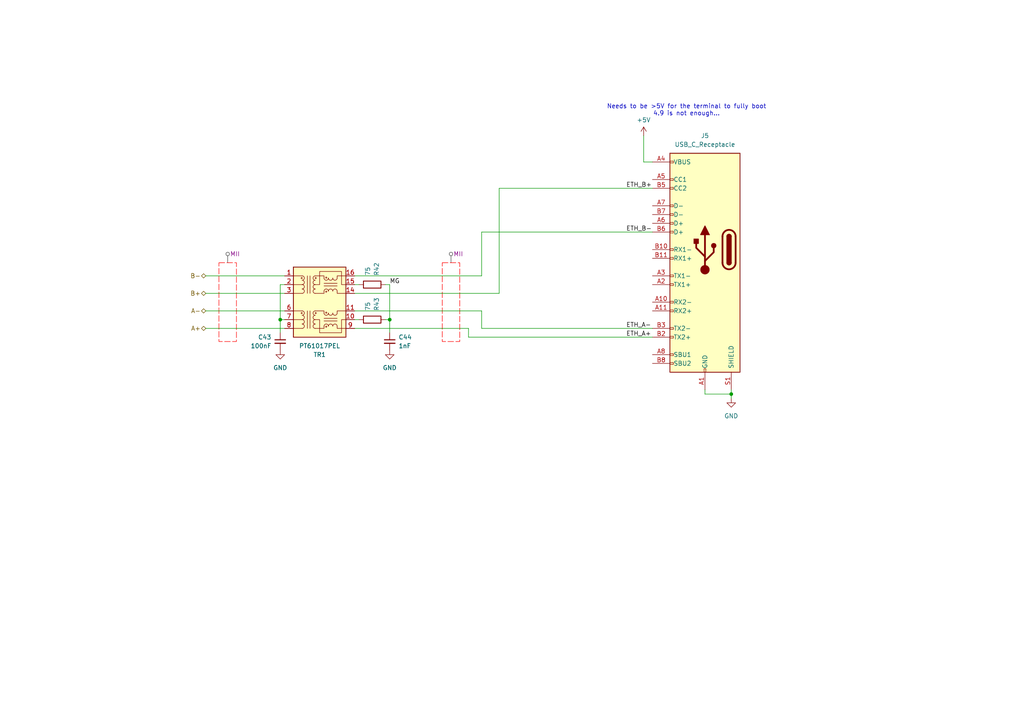
<source format=kicad_sch>
(kicad_sch
	(version 20250114)
	(generator "eeschema")
	(generator_version "9.0")
	(uuid "1945fba3-6fbb-4a9b-816b-63e180a2f3ea")
	(paper "A4")
	(lib_symbols
		(symbol "Connector:USB_C_Receptacle"
			(pin_names
				(offset 1.016)
			)
			(exclude_from_sim no)
			(in_bom yes)
			(on_board yes)
			(property "Reference" "J"
				(at -10.16 29.21 0)
				(effects
					(font
						(size 1.27 1.27)
					)
					(justify left)
				)
			)
			(property "Value" "USB_C_Receptacle"
				(at 10.16 29.21 0)
				(effects
					(font
						(size 1.27 1.27)
					)
					(justify right)
				)
			)
			(property "Footprint" ""
				(at 3.81 0 0)
				(effects
					(font
						(size 1.27 1.27)
					)
					(hide yes)
				)
			)
			(property "Datasheet" "https://www.usb.org/sites/default/files/documents/usb_type-c.zip"
				(at 3.81 0 0)
				(effects
					(font
						(size 1.27 1.27)
					)
					(hide yes)
				)
			)
			(property "Description" "USB Full-Featured Type-C Receptacle connector"
				(at 0 0 0)
				(effects
					(font
						(size 1.27 1.27)
					)
					(hide yes)
				)
			)
			(property "ki_keywords" "usb universal serial bus type-C full-featured"
				(at 0 0 0)
				(effects
					(font
						(size 1.27 1.27)
					)
					(hide yes)
				)
			)
			(property "ki_fp_filters" "USB*C*Receptacle*"
				(at 0 0 0)
				(effects
					(font
						(size 1.27 1.27)
					)
					(hide yes)
				)
			)
			(symbol "USB_C_Receptacle_0_0"
				(rectangle
					(start -0.254 -35.56)
					(end 0.254 -34.544)
					(stroke
						(width 0)
						(type default)
					)
					(fill
						(type none)
					)
				)
				(rectangle
					(start 10.16 25.654)
					(end 9.144 25.146)
					(stroke
						(width 0)
						(type default)
					)
					(fill
						(type none)
					)
				)
				(rectangle
					(start 10.16 20.574)
					(end 9.144 20.066)
					(stroke
						(width 0)
						(type default)
					)
					(fill
						(type none)
					)
				)
				(rectangle
					(start 10.16 18.034)
					(end 9.144 17.526)
					(stroke
						(width 0)
						(type default)
					)
					(fill
						(type none)
					)
				)
				(rectangle
					(start 10.16 12.954)
					(end 9.144 12.446)
					(stroke
						(width 0)
						(type default)
					)
					(fill
						(type none)
					)
				)
				(rectangle
					(start 10.16 10.414)
					(end 9.144 9.906)
					(stroke
						(width 0)
						(type default)
					)
					(fill
						(type none)
					)
				)
				(rectangle
					(start 10.16 7.874)
					(end 9.144 7.366)
					(stroke
						(width 0)
						(type default)
					)
					(fill
						(type none)
					)
				)
				(rectangle
					(start 10.16 5.334)
					(end 9.144 4.826)
					(stroke
						(width 0)
						(type default)
					)
					(fill
						(type none)
					)
				)
				(rectangle
					(start 10.16 0.254)
					(end 9.144 -0.254)
					(stroke
						(width 0)
						(type default)
					)
					(fill
						(type none)
					)
				)
				(rectangle
					(start 10.16 -2.286)
					(end 9.144 -2.794)
					(stroke
						(width 0)
						(type default)
					)
					(fill
						(type none)
					)
				)
				(rectangle
					(start 10.16 -7.366)
					(end 9.144 -7.874)
					(stroke
						(width 0)
						(type default)
					)
					(fill
						(type none)
					)
				)
				(rectangle
					(start 10.16 -9.906)
					(end 9.144 -10.414)
					(stroke
						(width 0)
						(type default)
					)
					(fill
						(type none)
					)
				)
				(rectangle
					(start 10.16 -14.986)
					(end 9.144 -15.494)
					(stroke
						(width 0)
						(type default)
					)
					(fill
						(type none)
					)
				)
				(rectangle
					(start 10.16 -17.526)
					(end 9.144 -18.034)
					(stroke
						(width 0)
						(type default)
					)
					(fill
						(type none)
					)
				)
				(rectangle
					(start 10.16 -22.606)
					(end 9.144 -23.114)
					(stroke
						(width 0)
						(type default)
					)
					(fill
						(type none)
					)
				)
				(rectangle
					(start 10.16 -25.146)
					(end 9.144 -25.654)
					(stroke
						(width 0)
						(type default)
					)
					(fill
						(type none)
					)
				)
				(rectangle
					(start 10.16 -30.226)
					(end 9.144 -30.734)
					(stroke
						(width 0)
						(type default)
					)
					(fill
						(type none)
					)
				)
				(rectangle
					(start 10.16 -32.766)
					(end 9.144 -33.274)
					(stroke
						(width 0)
						(type default)
					)
					(fill
						(type none)
					)
				)
			)
			(symbol "USB_C_Receptacle_0_1"
				(rectangle
					(start -10.16 27.94)
					(end 10.16 -35.56)
					(stroke
						(width 0.254)
						(type default)
					)
					(fill
						(type background)
					)
				)
				(polyline
					(pts
						(xy -8.89 -3.81) (xy -8.89 3.81)
					)
					(stroke
						(width 0.508)
						(type default)
					)
					(fill
						(type none)
					)
				)
				(rectangle
					(start -7.62 -3.81)
					(end -6.35 3.81)
					(stroke
						(width 0.254)
						(type default)
					)
					(fill
						(type outline)
					)
				)
				(arc
					(start -7.62 3.81)
					(mid -6.985 4.4423)
					(end -6.35 3.81)
					(stroke
						(width 0.254)
						(type default)
					)
					(fill
						(type none)
					)
				)
				(arc
					(start -7.62 3.81)
					(mid -6.985 4.4423)
					(end -6.35 3.81)
					(stroke
						(width 0.254)
						(type default)
					)
					(fill
						(type outline)
					)
				)
				(arc
					(start -8.89 3.81)
					(mid -6.985 5.7067)
					(end -5.08 3.81)
					(stroke
						(width 0.508)
						(type default)
					)
					(fill
						(type none)
					)
				)
				(arc
					(start -5.08 -3.81)
					(mid -6.985 -5.7067)
					(end -8.89 -3.81)
					(stroke
						(width 0.508)
						(type default)
					)
					(fill
						(type none)
					)
				)
				(arc
					(start -6.35 -3.81)
					(mid -6.985 -4.4423)
					(end -7.62 -3.81)
					(stroke
						(width 0.254)
						(type default)
					)
					(fill
						(type none)
					)
				)
				(arc
					(start -6.35 -3.81)
					(mid -6.985 -4.4423)
					(end -7.62 -3.81)
					(stroke
						(width 0.254)
						(type default)
					)
					(fill
						(type outline)
					)
				)
				(polyline
					(pts
						(xy -5.08 3.81) (xy -5.08 -3.81)
					)
					(stroke
						(width 0.508)
						(type default)
					)
					(fill
						(type none)
					)
				)
			)
			(symbol "USB_C_Receptacle_1_1"
				(circle
					(center -2.54 1.143)
					(radius 0.635)
					(stroke
						(width 0.254)
						(type default)
					)
					(fill
						(type outline)
					)
				)
				(polyline
					(pts
						(xy -1.27 4.318) (xy 0 6.858) (xy 1.27 4.318) (xy -1.27 4.318)
					)
					(stroke
						(width 0.254)
						(type default)
					)
					(fill
						(type outline)
					)
				)
				(polyline
					(pts
						(xy 0 -2.032) (xy 2.54 0.508) (xy 2.54 1.778)
					)
					(stroke
						(width 0.508)
						(type default)
					)
					(fill
						(type none)
					)
				)
				(polyline
					(pts
						(xy 0 -3.302) (xy -2.54 -0.762) (xy -2.54 0.508)
					)
					(stroke
						(width 0.508)
						(type default)
					)
					(fill
						(type none)
					)
				)
				(polyline
					(pts
						(xy 0 -5.842) (xy 0 4.318)
					)
					(stroke
						(width 0.508)
						(type default)
					)
					(fill
						(type none)
					)
				)
				(circle
					(center 0 -5.842)
					(radius 1.27)
					(stroke
						(width 0)
						(type default)
					)
					(fill
						(type outline)
					)
				)
				(rectangle
					(start 1.905 1.778)
					(end 3.175 3.048)
					(stroke
						(width 0.254)
						(type default)
					)
					(fill
						(type outline)
					)
				)
				(pin passive line
					(at -7.62 -40.64 90)
					(length 5.08)
					(name "SHIELD"
						(effects
							(font
								(size 1.27 1.27)
							)
						)
					)
					(number "S1"
						(effects
							(font
								(size 1.27 1.27)
							)
						)
					)
				)
				(pin passive line
					(at 0 -40.64 90)
					(length 5.08)
					(name "GND"
						(effects
							(font
								(size 1.27 1.27)
							)
						)
					)
					(number "A1"
						(effects
							(font
								(size 1.27 1.27)
							)
						)
					)
				)
				(pin passive line
					(at 0 -40.64 90)
					(length 5.08)
					(hide yes)
					(name "GND"
						(effects
							(font
								(size 1.27 1.27)
							)
						)
					)
					(number "A12"
						(effects
							(font
								(size 1.27 1.27)
							)
						)
					)
				)
				(pin passive line
					(at 0 -40.64 90)
					(length 5.08)
					(hide yes)
					(name "GND"
						(effects
							(font
								(size 1.27 1.27)
							)
						)
					)
					(number "B1"
						(effects
							(font
								(size 1.27 1.27)
							)
						)
					)
				)
				(pin passive line
					(at 0 -40.64 90)
					(length 5.08)
					(hide yes)
					(name "GND"
						(effects
							(font
								(size 1.27 1.27)
							)
						)
					)
					(number "B12"
						(effects
							(font
								(size 1.27 1.27)
							)
						)
					)
				)
				(pin passive line
					(at 15.24 25.4 180)
					(length 5.08)
					(name "VBUS"
						(effects
							(font
								(size 1.27 1.27)
							)
						)
					)
					(number "A4"
						(effects
							(font
								(size 1.27 1.27)
							)
						)
					)
				)
				(pin passive line
					(at 15.24 25.4 180)
					(length 5.08)
					(hide yes)
					(name "VBUS"
						(effects
							(font
								(size 1.27 1.27)
							)
						)
					)
					(number "A9"
						(effects
							(font
								(size 1.27 1.27)
							)
						)
					)
				)
				(pin passive line
					(at 15.24 25.4 180)
					(length 5.08)
					(hide yes)
					(name "VBUS"
						(effects
							(font
								(size 1.27 1.27)
							)
						)
					)
					(number "B4"
						(effects
							(font
								(size 1.27 1.27)
							)
						)
					)
				)
				(pin passive line
					(at 15.24 25.4 180)
					(length 5.08)
					(hide yes)
					(name "VBUS"
						(effects
							(font
								(size 1.27 1.27)
							)
						)
					)
					(number "B9"
						(effects
							(font
								(size 1.27 1.27)
							)
						)
					)
				)
				(pin bidirectional line
					(at 15.24 20.32 180)
					(length 5.08)
					(name "CC1"
						(effects
							(font
								(size 1.27 1.27)
							)
						)
					)
					(number "A5"
						(effects
							(font
								(size 1.27 1.27)
							)
						)
					)
				)
				(pin bidirectional line
					(at 15.24 17.78 180)
					(length 5.08)
					(name "CC2"
						(effects
							(font
								(size 1.27 1.27)
							)
						)
					)
					(number "B5"
						(effects
							(font
								(size 1.27 1.27)
							)
						)
					)
				)
				(pin bidirectional line
					(at 15.24 12.7 180)
					(length 5.08)
					(name "D-"
						(effects
							(font
								(size 1.27 1.27)
							)
						)
					)
					(number "A7"
						(effects
							(font
								(size 1.27 1.27)
							)
						)
					)
				)
				(pin bidirectional line
					(at 15.24 10.16 180)
					(length 5.08)
					(name "D-"
						(effects
							(font
								(size 1.27 1.27)
							)
						)
					)
					(number "B7"
						(effects
							(font
								(size 1.27 1.27)
							)
						)
					)
				)
				(pin bidirectional line
					(at 15.24 7.62 180)
					(length 5.08)
					(name "D+"
						(effects
							(font
								(size 1.27 1.27)
							)
						)
					)
					(number "A6"
						(effects
							(font
								(size 1.27 1.27)
							)
						)
					)
				)
				(pin bidirectional line
					(at 15.24 5.08 180)
					(length 5.08)
					(name "D+"
						(effects
							(font
								(size 1.27 1.27)
							)
						)
					)
					(number "B6"
						(effects
							(font
								(size 1.27 1.27)
							)
						)
					)
				)
				(pin bidirectional line
					(at 15.24 0 180)
					(length 5.08)
					(name "RX1-"
						(effects
							(font
								(size 1.27 1.27)
							)
						)
					)
					(number "B10"
						(effects
							(font
								(size 1.27 1.27)
							)
						)
					)
				)
				(pin bidirectional line
					(at 15.24 -2.54 180)
					(length 5.08)
					(name "RX1+"
						(effects
							(font
								(size 1.27 1.27)
							)
						)
					)
					(number "B11"
						(effects
							(font
								(size 1.27 1.27)
							)
						)
					)
				)
				(pin bidirectional line
					(at 15.24 -7.62 180)
					(length 5.08)
					(name "TX1-"
						(effects
							(font
								(size 1.27 1.27)
							)
						)
					)
					(number "A3"
						(effects
							(font
								(size 1.27 1.27)
							)
						)
					)
				)
				(pin bidirectional line
					(at 15.24 -10.16 180)
					(length 5.08)
					(name "TX1+"
						(effects
							(font
								(size 1.27 1.27)
							)
						)
					)
					(number "A2"
						(effects
							(font
								(size 1.27 1.27)
							)
						)
					)
				)
				(pin bidirectional line
					(at 15.24 -15.24 180)
					(length 5.08)
					(name "RX2-"
						(effects
							(font
								(size 1.27 1.27)
							)
						)
					)
					(number "A10"
						(effects
							(font
								(size 1.27 1.27)
							)
						)
					)
				)
				(pin bidirectional line
					(at 15.24 -17.78 180)
					(length 5.08)
					(name "RX2+"
						(effects
							(font
								(size 1.27 1.27)
							)
						)
					)
					(number "A11"
						(effects
							(font
								(size 1.27 1.27)
							)
						)
					)
				)
				(pin bidirectional line
					(at 15.24 -22.86 180)
					(length 5.08)
					(name "TX2-"
						(effects
							(font
								(size 1.27 1.27)
							)
						)
					)
					(number "B3"
						(effects
							(font
								(size 1.27 1.27)
							)
						)
					)
				)
				(pin bidirectional line
					(at 15.24 -25.4 180)
					(length 5.08)
					(name "TX2+"
						(effects
							(font
								(size 1.27 1.27)
							)
						)
					)
					(number "B2"
						(effects
							(font
								(size 1.27 1.27)
							)
						)
					)
				)
				(pin bidirectional line
					(at 15.24 -30.48 180)
					(length 5.08)
					(name "SBU1"
						(effects
							(font
								(size 1.27 1.27)
							)
						)
					)
					(number "A8"
						(effects
							(font
								(size 1.27 1.27)
							)
						)
					)
				)
				(pin bidirectional line
					(at 15.24 -33.02 180)
					(length 5.08)
					(name "SBU2"
						(effects
							(font
								(size 1.27 1.27)
							)
						)
					)
					(number "B8"
						(effects
							(font
								(size 1.27 1.27)
							)
						)
					)
				)
			)
			(embedded_fonts no)
		)
		(symbol "Device:C_Small"
			(pin_numbers
				(hide yes)
			)
			(pin_names
				(offset 0.254)
				(hide yes)
			)
			(exclude_from_sim no)
			(in_bom yes)
			(on_board yes)
			(property "Reference" "C"
				(at 0.254 1.778 0)
				(effects
					(font
						(size 1.27 1.27)
					)
					(justify left)
				)
			)
			(property "Value" "C_Small"
				(at 0.254 -2.032 0)
				(effects
					(font
						(size 1.27 1.27)
					)
					(justify left)
				)
			)
			(property "Footprint" ""
				(at 0 0 0)
				(effects
					(font
						(size 1.27 1.27)
					)
					(hide yes)
				)
			)
			(property "Datasheet" "~"
				(at 0 0 0)
				(effects
					(font
						(size 1.27 1.27)
					)
					(hide yes)
				)
			)
			(property "Description" "Unpolarized capacitor, small symbol"
				(at 0 0 0)
				(effects
					(font
						(size 1.27 1.27)
					)
					(hide yes)
				)
			)
			(property "ki_keywords" "capacitor cap"
				(at 0 0 0)
				(effects
					(font
						(size 1.27 1.27)
					)
					(hide yes)
				)
			)
			(property "ki_fp_filters" "C_*"
				(at 0 0 0)
				(effects
					(font
						(size 1.27 1.27)
					)
					(hide yes)
				)
			)
			(symbol "C_Small_0_1"
				(polyline
					(pts
						(xy -1.524 0.508) (xy 1.524 0.508)
					)
					(stroke
						(width 0.3048)
						(type default)
					)
					(fill
						(type none)
					)
				)
				(polyline
					(pts
						(xy -1.524 -0.508) (xy 1.524 -0.508)
					)
					(stroke
						(width 0.3302)
						(type default)
					)
					(fill
						(type none)
					)
				)
			)
			(symbol "C_Small_1_1"
				(pin passive line
					(at 0 2.54 270)
					(length 2.032)
					(name "~"
						(effects
							(font
								(size 1.27 1.27)
							)
						)
					)
					(number "1"
						(effects
							(font
								(size 1.27 1.27)
							)
						)
					)
				)
				(pin passive line
					(at 0 -2.54 90)
					(length 2.032)
					(name "~"
						(effects
							(font
								(size 1.27 1.27)
							)
						)
					)
					(number "2"
						(effects
							(font
								(size 1.27 1.27)
							)
						)
					)
				)
			)
			(embedded_fonts no)
		)
		(symbol "Device:R"
			(pin_numbers
				(hide yes)
			)
			(pin_names
				(offset 0)
			)
			(exclude_from_sim no)
			(in_bom yes)
			(on_board yes)
			(property "Reference" "R"
				(at 2.032 0 90)
				(effects
					(font
						(size 1.27 1.27)
					)
				)
			)
			(property "Value" "R"
				(at 0 0 90)
				(effects
					(font
						(size 1.27 1.27)
					)
				)
			)
			(property "Footprint" ""
				(at -1.778 0 90)
				(effects
					(font
						(size 1.27 1.27)
					)
					(hide yes)
				)
			)
			(property "Datasheet" "~"
				(at 0 0 0)
				(effects
					(font
						(size 1.27 1.27)
					)
					(hide yes)
				)
			)
			(property "Description" "Resistor"
				(at 0 0 0)
				(effects
					(font
						(size 1.27 1.27)
					)
					(hide yes)
				)
			)
			(property "ki_keywords" "R res resistor"
				(at 0 0 0)
				(effects
					(font
						(size 1.27 1.27)
					)
					(hide yes)
				)
			)
			(property "ki_fp_filters" "R_*"
				(at 0 0 0)
				(effects
					(font
						(size 1.27 1.27)
					)
					(hide yes)
				)
			)
			(symbol "R_0_1"
				(rectangle
					(start -1.016 -2.54)
					(end 1.016 2.54)
					(stroke
						(width 0.254)
						(type default)
					)
					(fill
						(type none)
					)
				)
			)
			(symbol "R_1_1"
				(pin passive line
					(at 0 3.81 270)
					(length 1.27)
					(name "~"
						(effects
							(font
								(size 1.27 1.27)
							)
						)
					)
					(number "1"
						(effects
							(font
								(size 1.27 1.27)
							)
						)
					)
				)
				(pin passive line
					(at 0 -3.81 90)
					(length 1.27)
					(name "~"
						(effects
							(font
								(size 1.27 1.27)
							)
						)
					)
					(number "2"
						(effects
							(font
								(size 1.27 1.27)
							)
						)
					)
				)
			)
			(embedded_fonts no)
		)
		(symbol "Transformer:PT61017PEL"
			(pin_names
				(hide yes)
			)
			(exclude_from_sim no)
			(in_bom yes)
			(on_board yes)
			(property "Reference" "TR"
				(at 0 10.795 0)
				(effects
					(font
						(size 1.27 1.27)
					)
				)
			)
			(property "Value" "PT61017PEL"
				(at 0 -10.795 0)
				(effects
					(font
						(size 1.27 1.27)
					)
				)
			)
			(property "Footprint" "Transformer_SMD:Transformer_Ethernet_Bourns_PT61017PEL"
				(at 0 -12.7 0)
				(effects
					(font
						(size 1.27 1.27)
					)
					(hide yes)
				)
			)
			(property "Datasheet" "https://www.bourns.com/docs/Product-Datasheets/PT61017PEL.pdf"
				(at 0 -15.24 0)
				(effects
					(font
						(size 1.27 1.27)
					)
					(hide yes)
				)
			)
			(property "Description" "Ethernet LAN 10/100 Base-Tx Transformer with Center Taps"
				(at 0 0 0)
				(effects
					(font
						(size 1.27 1.27)
					)
					(hide yes)
				)
			)
			(property "ki_keywords" "single port ethernet transformer poe center-tap"
				(at 0 0 0)
				(effects
					(font
						(size 1.27 1.27)
					)
					(hide yes)
				)
			)
			(property "ki_fp_filters" "Transformer*Ethernet*Bourns*PT61017PEL*"
				(at 0 0 0)
				(effects
					(font
						(size 1.27 1.27)
					)
					(hide yes)
				)
			)
			(symbol "PT61017PEL_0_1"
				(rectangle
					(start -7.62 10.16)
					(end 7.62 -10.16)
					(stroke
						(width 0.254)
						(type default)
					)
					(fill
						(type background)
					)
				)
				(circle
					(center -5.207 3.175)
					(radius 0.1778)
					(stroke
						(width 0)
						(type default)
					)
					(fill
						(type none)
					)
				)
				(arc
					(start -5.08 7.62)
					(mid -4.4477 6.985)
					(end -5.08 6.35)
					(stroke
						(width 0)
						(type default)
					)
					(fill
						(type none)
					)
				)
				(polyline
					(pts
						(xy -5.08 7.62) (xy -7.62 7.62)
					)
					(stroke
						(width 0)
						(type default)
					)
					(fill
						(type none)
					)
				)
				(polyline
					(pts
						(xy -5.08 5.08) (xy -7.62 5.08)
					)
					(stroke
						(width 0)
						(type default)
					)
					(fill
						(type none)
					)
				)
				(polyline
					(pts
						(xy -5.08 2.54) (xy -7.62 2.54)
					)
					(stroke
						(width 0)
						(type default)
					)
					(fill
						(type none)
					)
				)
				(polyline
					(pts
						(xy -3.556 2.54) (xy -3.556 7.62)
					)
					(stroke
						(width 0)
						(type default)
					)
					(fill
						(type none)
					)
				)
				(polyline
					(pts
						(xy -3.556 -2.54) (xy -3.556 -7.62)
					)
					(stroke
						(width 0)
						(type default)
					)
					(fill
						(type none)
					)
				)
				(polyline
					(pts
						(xy -2.794 7.62) (xy -2.794 2.54)
					)
					(stroke
						(width 0)
						(type default)
					)
					(fill
						(type none)
					)
				)
				(polyline
					(pts
						(xy -2.794 -7.62) (xy -2.794 -2.54)
					)
					(stroke
						(width 0)
						(type default)
					)
					(fill
						(type none)
					)
				)
				(polyline
					(pts
						(xy -1.27 5.08) (xy 0 5.08) (xy 0 8.89) (xy 6.35 8.89) (xy 6.35 5.08) (xy 7.62 5.08)
					)
					(stroke
						(width 0)
						(type default)
					)
					(fill
						(type none)
					)
				)
				(polyline
					(pts
						(xy -1.27 2.54) (xy 1.27 2.54) (xy 1.27 3.175)
					)
					(stroke
						(width 0)
						(type default)
					)
					(fill
						(type none)
					)
				)
				(polyline
					(pts
						(xy 1.27 6.985) (xy 1.27 7.62) (xy -1.27 7.62)
					)
					(stroke
						(width 0)
						(type default)
					)
					(fill
						(type none)
					)
				)
				(polyline
					(pts
						(xy 1.27 5.461) (xy 5.08 5.461)
					)
					(stroke
						(width 0)
						(type default)
					)
					(fill
						(type none)
					)
				)
				(polyline
					(pts
						(xy 1.27 4.699) (xy 5.08 4.699)
					)
					(stroke
						(width 0)
						(type default)
					)
					(fill
						(type none)
					)
				)
				(polyline
					(pts
						(xy 5.08 6.985) (xy 5.08 7.62) (xy 7.62 7.62)
					)
					(stroke
						(width 0)
						(type default)
					)
					(fill
						(type none)
					)
				)
				(polyline
					(pts
						(xy 5.08 3.175) (xy 5.08 2.54) (xy 7.62 2.54)
					)
					(stroke
						(width 0)
						(type default)
					)
					(fill
						(type none)
					)
				)
			)
			(symbol "PT61017PEL_1_1"
				(circle
					(center -5.207 -6.985)
					(radius 0.1778)
					(stroke
						(width 0)
						(type default)
					)
					(fill
						(type none)
					)
				)
				(arc
					(start -5.08 6.35)
					(mid -4.4477 5.715)
					(end -5.08 5.08)
					(stroke
						(width 0)
						(type default)
					)
					(fill
						(type none)
					)
				)
				(arc
					(start -5.08 5.08)
					(mid -4.4477 4.445)
					(end -5.08 3.81)
					(stroke
						(width 0)
						(type default)
					)
					(fill
						(type none)
					)
				)
				(arc
					(start -5.08 3.81)
					(mid -4.4477 3.175)
					(end -5.08 2.54)
					(stroke
						(width 0)
						(type default)
					)
					(fill
						(type none)
					)
				)
				(arc
					(start -5.08 -2.54)
					(mid -4.4477 -3.175)
					(end -5.08 -3.81)
					(stroke
						(width 0)
						(type default)
					)
					(fill
						(type none)
					)
				)
				(arc
					(start -5.08 -3.81)
					(mid -4.4477 -4.445)
					(end -5.08 -5.08)
					(stroke
						(width 0)
						(type default)
					)
					(fill
						(type none)
					)
				)
				(arc
					(start -5.08 -5.08)
					(mid -4.4477 -5.715)
					(end -5.08 -6.35)
					(stroke
						(width 0)
						(type default)
					)
					(fill
						(type none)
					)
				)
				(arc
					(start -5.08 -6.35)
					(mid -4.4477 -6.985)
					(end -5.08 -7.62)
					(stroke
						(width 0)
						(type default)
					)
					(fill
						(type none)
					)
				)
				(polyline
					(pts
						(xy -5.08 -2.54) (xy -7.62 -2.54)
					)
					(stroke
						(width 0)
						(type default)
					)
					(fill
						(type none)
					)
				)
				(polyline
					(pts
						(xy -5.08 -5.08) (xy -7.62 -5.08)
					)
					(stroke
						(width 0)
						(type default)
					)
					(fill
						(type none)
					)
				)
				(polyline
					(pts
						(xy -5.08 -7.62) (xy -7.62 -7.62)
					)
					(stroke
						(width 0)
						(type default)
					)
					(fill
						(type none)
					)
				)
				(polyline
					(pts
						(xy -1.27 -7.62) (xy 1.27 -7.62) (xy 1.27 -6.985)
					)
					(stroke
						(width 0)
						(type default)
					)
					(fill
						(type none)
					)
				)
				(arc
					(start -1.27 6.35)
					(mid -1.9023 6.985)
					(end -1.27 7.62)
					(stroke
						(width 0)
						(type default)
					)
					(fill
						(type none)
					)
				)
				(arc
					(start -1.27 5.08)
					(mid -1.9023 5.715)
					(end -1.27 6.35)
					(stroke
						(width 0)
						(type default)
					)
					(fill
						(type none)
					)
				)
				(arc
					(start -1.27 3.81)
					(mid -1.9023 4.445)
					(end -1.27 5.08)
					(stroke
						(width 0)
						(type default)
					)
					(fill
						(type none)
					)
				)
				(arc
					(start -1.27 2.54)
					(mid -1.9023 3.175)
					(end -1.27 3.81)
					(stroke
						(width 0)
						(type default)
					)
					(fill
						(type none)
					)
				)
				(arc
					(start -1.27 -3.81)
					(mid -1.9023 -3.175)
					(end -1.27 -2.54)
					(stroke
						(width 0)
						(type default)
					)
					(fill
						(type none)
					)
				)
				(arc
					(start -1.27 -5.08)
					(mid -1.9023 -4.445)
					(end -1.27 -3.81)
					(stroke
						(width 0)
						(type default)
					)
					(fill
						(type none)
					)
				)
				(arc
					(start -1.27 -6.35)
					(mid -1.9023 -5.715)
					(end -1.27 -5.08)
					(stroke
						(width 0)
						(type default)
					)
					(fill
						(type none)
					)
				)
				(arc
					(start -1.27 -7.62)
					(mid -1.9023 -6.985)
					(end -1.27 -6.35)
					(stroke
						(width 0)
						(type default)
					)
					(fill
						(type none)
					)
				)
				(circle
					(center -1.143 3.175)
					(radius 0.1778)
					(stroke
						(width 0)
						(type default)
					)
					(fill
						(type none)
					)
				)
				(circle
					(center -1.143 -6.985)
					(radius 0.1778)
					(stroke
						(width 0)
						(type default)
					)
					(fill
						(type none)
					)
				)
				(polyline
					(pts
						(xy 1.27 -3.175) (xy 1.27 -2.54) (xy -1.27 -2.54)
					)
					(stroke
						(width 0)
						(type default)
					)
					(fill
						(type none)
					)
				)
				(polyline
					(pts
						(xy 1.27 -4.699) (xy 5.08 -4.699)
					)
					(stroke
						(width 0)
						(type default)
					)
					(fill
						(type none)
					)
				)
				(polyline
					(pts
						(xy 1.27 -5.461) (xy 5.08 -5.461)
					)
					(stroke
						(width 0)
						(type default)
					)
					(fill
						(type none)
					)
				)
				(circle
					(center 1.905 7.112)
					(radius 0.1778)
					(stroke
						(width 0)
						(type default)
					)
					(fill
						(type none)
					)
				)
				(arc
					(start 2.54 6.985)
					(mid 1.905 6.3527)
					(end 1.27 6.985)
					(stroke
						(width 0)
						(type default)
					)
					(fill
						(type none)
					)
				)
				(arc
					(start 1.27 3.175)
					(mid 1.905 3.8073)
					(end 2.54 3.175)
					(stroke
						(width 0)
						(type default)
					)
					(fill
						(type none)
					)
				)
				(circle
					(center 1.905 3.048)
					(radius 0.1778)
					(stroke
						(width 0)
						(type default)
					)
					(fill
						(type none)
					)
				)
				(circle
					(center 1.905 -3.048)
					(radius 0.1778)
					(stroke
						(width 0)
						(type default)
					)
					(fill
						(type none)
					)
				)
				(arc
					(start 2.54 -3.175)
					(mid 1.905 -3.8073)
					(end 1.27 -3.175)
					(stroke
						(width 0)
						(type default)
					)
					(fill
						(type none)
					)
				)
				(arc
					(start 1.27 -6.985)
					(mid 1.905 -6.3527)
					(end 2.54 -6.985)
					(stroke
						(width 0)
						(type default)
					)
					(fill
						(type none)
					)
				)
				(circle
					(center 1.905 -7.112)
					(radius 0.1778)
					(stroke
						(width 0)
						(type default)
					)
					(fill
						(type none)
					)
				)
				(arc
					(start 3.81 6.985)
					(mid 3.175 6.3527)
					(end 2.54 6.985)
					(stroke
						(width 0)
						(type default)
					)
					(fill
						(type none)
					)
				)
				(arc
					(start 2.54 3.175)
					(mid 3.175 3.8073)
					(end 3.81 3.175)
					(stroke
						(width 0)
						(type default)
					)
					(fill
						(type none)
					)
				)
				(arc
					(start 3.81 -3.175)
					(mid 3.175 -3.8073)
					(end 2.54 -3.175)
					(stroke
						(width 0)
						(type default)
					)
					(fill
						(type none)
					)
				)
				(arc
					(start 2.54 -6.985)
					(mid 3.175 -6.3527)
					(end 3.81 -6.985)
					(stroke
						(width 0)
						(type default)
					)
					(fill
						(type none)
					)
				)
				(arc
					(start 5.08 6.985)
					(mid 4.445 6.3527)
					(end 3.81 6.985)
					(stroke
						(width 0)
						(type default)
					)
					(fill
						(type none)
					)
				)
				(arc
					(start 3.81 3.175)
					(mid 4.445 3.8073)
					(end 5.08 3.175)
					(stroke
						(width 0)
						(type default)
					)
					(fill
						(type none)
					)
				)
				(arc
					(start 5.08 -3.175)
					(mid 4.445 -3.8073)
					(end 3.81 -3.175)
					(stroke
						(width 0)
						(type default)
					)
					(fill
						(type none)
					)
				)
				(arc
					(start 3.81 -6.985)
					(mid 4.445 -6.3527)
					(end 5.08 -6.985)
					(stroke
						(width 0)
						(type default)
					)
					(fill
						(type none)
					)
				)
				(polyline
					(pts
						(xy 5.08 -3.175) (xy 5.08 -2.54) (xy 7.62 -2.54)
					)
					(stroke
						(width 0)
						(type default)
					)
					(fill
						(type none)
					)
				)
				(polyline
					(pts
						(xy 5.08 -6.985) (xy 5.08 -7.62) (xy 7.62 -7.62)
					)
					(stroke
						(width 0)
						(type default)
					)
					(fill
						(type none)
					)
				)
				(polyline
					(pts
						(xy 7.62 -5.08) (xy 6.35 -5.08) (xy 6.35 -8.89) (xy 0 -8.89) (xy 0 -5.08) (xy -1.27 -5.08)
					)
					(stroke
						(width 0)
						(type default)
					)
					(fill
						(type none)
					)
				)
				(pin passive line
					(at -10.16 7.62 0)
					(length 2.54)
					(name "RD-"
						(effects
							(font
								(size 1.27 1.27)
							)
						)
					)
					(number "8"
						(effects
							(font
								(size 1.27 1.27)
							)
						)
					)
				)
				(pin passive line
					(at -10.16 5.08 0)
					(length 2.54)
					(name "C_RD"
						(effects
							(font
								(size 1.27 1.27)
							)
						)
					)
					(number "7"
						(effects
							(font
								(size 1.27 1.27)
							)
						)
					)
				)
				(pin passive line
					(at -10.16 2.54 0)
					(length 2.54)
					(name "RD+"
						(effects
							(font
								(size 1.27 1.27)
							)
						)
					)
					(number "6"
						(effects
							(font
								(size 1.27 1.27)
							)
						)
					)
				)
				(pin passive line
					(at -10.16 -2.54 0)
					(length 2.54)
					(name "TD-"
						(effects
							(font
								(size 1.27 1.27)
							)
						)
					)
					(number "3"
						(effects
							(font
								(size 1.27 1.27)
							)
						)
					)
				)
				(pin passive line
					(at -10.16 -5.08 0)
					(length 2.54)
					(name "C_TD"
						(effects
							(font
								(size 1.27 1.27)
							)
						)
					)
					(number "2"
						(effects
							(font
								(size 1.27 1.27)
							)
						)
					)
				)
				(pin passive line
					(at -10.16 -7.62 0)
					(length 2.54)
					(name "TD+"
						(effects
							(font
								(size 1.27 1.27)
							)
						)
					)
					(number "1"
						(effects
							(font
								(size 1.27 1.27)
							)
						)
					)
				)
				(pin passive line
					(at 10.16 7.62 180)
					(length 2.54)
					(name "RX-"
						(effects
							(font
								(size 1.27 1.27)
							)
						)
					)
					(number "9"
						(effects
							(font
								(size 1.27 1.27)
							)
						)
					)
				)
				(pin passive line
					(at 10.16 5.08 180)
					(length 2.54)
					(name "C_RX"
						(effects
							(font
								(size 1.27 1.27)
							)
						)
					)
					(number "10"
						(effects
							(font
								(size 1.27 1.27)
							)
						)
					)
				)
				(pin passive line
					(at 10.16 2.54 180)
					(length 2.54)
					(name "RX+"
						(effects
							(font
								(size 1.27 1.27)
							)
						)
					)
					(number "11"
						(effects
							(font
								(size 1.27 1.27)
							)
						)
					)
				)
				(pin passive line
					(at 10.16 -2.54 180)
					(length 2.54)
					(name "TX-"
						(effects
							(font
								(size 1.27 1.27)
							)
						)
					)
					(number "14"
						(effects
							(font
								(size 1.27 1.27)
							)
						)
					)
				)
				(pin passive line
					(at 10.16 -5.08 180)
					(length 2.54)
					(name "C_TX"
						(effects
							(font
								(size 1.27 1.27)
							)
						)
					)
					(number "15"
						(effects
							(font
								(size 1.27 1.27)
							)
						)
					)
				)
				(pin passive line
					(at 10.16 -7.62 180)
					(length 2.54)
					(name "TX+"
						(effects
							(font
								(size 1.27 1.27)
							)
						)
					)
					(number "16"
						(effects
							(font
								(size 1.27 1.27)
							)
						)
					)
				)
			)
			(embedded_fonts no)
		)
		(symbol "power:+5V"
			(power)
			(pin_numbers
				(hide yes)
			)
			(pin_names
				(offset 0)
				(hide yes)
			)
			(exclude_from_sim no)
			(in_bom yes)
			(on_board yes)
			(property "Reference" "#PWR"
				(at 0 -3.81 0)
				(effects
					(font
						(size 1.27 1.27)
					)
					(hide yes)
				)
			)
			(property "Value" "+5V"
				(at 0 3.556 0)
				(effects
					(font
						(size 1.27 1.27)
					)
				)
			)
			(property "Footprint" ""
				(at 0 0 0)
				(effects
					(font
						(size 1.27 1.27)
					)
					(hide yes)
				)
			)
			(property "Datasheet" ""
				(at 0 0 0)
				(effects
					(font
						(size 1.27 1.27)
					)
					(hide yes)
				)
			)
			(property "Description" "Power symbol creates a global label with name \"+5V\""
				(at 0 0 0)
				(effects
					(font
						(size 1.27 1.27)
					)
					(hide yes)
				)
			)
			(property "ki_keywords" "global power"
				(at 0 0 0)
				(effects
					(font
						(size 1.27 1.27)
					)
					(hide yes)
				)
			)
			(symbol "+5V_0_1"
				(polyline
					(pts
						(xy -0.762 1.27) (xy 0 2.54)
					)
					(stroke
						(width 0)
						(type default)
					)
					(fill
						(type none)
					)
				)
				(polyline
					(pts
						(xy 0 2.54) (xy 0.762 1.27)
					)
					(stroke
						(width 0)
						(type default)
					)
					(fill
						(type none)
					)
				)
				(polyline
					(pts
						(xy 0 0) (xy 0 2.54)
					)
					(stroke
						(width 0)
						(type default)
					)
					(fill
						(type none)
					)
				)
			)
			(symbol "+5V_1_1"
				(pin power_in line
					(at 0 0 90)
					(length 0)
					(name "~"
						(effects
							(font
								(size 1.27 1.27)
							)
						)
					)
					(number "1"
						(effects
							(font
								(size 1.27 1.27)
							)
						)
					)
				)
			)
			(embedded_fonts no)
		)
		(symbol "power:GND"
			(power)
			(pin_numbers
				(hide yes)
			)
			(pin_names
				(offset 0)
				(hide yes)
			)
			(exclude_from_sim no)
			(in_bom yes)
			(on_board yes)
			(property "Reference" "#PWR"
				(at 0 -6.35 0)
				(effects
					(font
						(size 1.27 1.27)
					)
					(hide yes)
				)
			)
			(property "Value" "GND"
				(at 0 -3.81 0)
				(effects
					(font
						(size 1.27 1.27)
					)
				)
			)
			(property "Footprint" ""
				(at 0 0 0)
				(effects
					(font
						(size 1.27 1.27)
					)
					(hide yes)
				)
			)
			(property "Datasheet" ""
				(at 0 0 0)
				(effects
					(font
						(size 1.27 1.27)
					)
					(hide yes)
				)
			)
			(property "Description" "Power symbol creates a global label with name \"GND\" , ground"
				(at 0 0 0)
				(effects
					(font
						(size 1.27 1.27)
					)
					(hide yes)
				)
			)
			(property "ki_keywords" "global power"
				(at 0 0 0)
				(effects
					(font
						(size 1.27 1.27)
					)
					(hide yes)
				)
			)
			(symbol "GND_0_1"
				(polyline
					(pts
						(xy 0 0) (xy 0 -1.27) (xy 1.27 -1.27) (xy 0 -2.54) (xy -1.27 -1.27) (xy 0 -1.27)
					)
					(stroke
						(width 0)
						(type default)
					)
					(fill
						(type none)
					)
				)
			)
			(symbol "GND_1_1"
				(pin power_in line
					(at 0 0 270)
					(length 0)
					(name "~"
						(effects
							(font
								(size 1.27 1.27)
							)
						)
					)
					(number "1"
						(effects
							(font
								(size 1.27 1.27)
							)
						)
					)
				)
			)
			(embedded_fonts no)
		)
	)
	(text "Needs to be >5V for the terminal to fully boot\n4.9 is not enough..."
		(exclude_from_sim no)
		(at 199.136 32.004 0)
		(effects
			(font
				(size 1.27 1.27)
			)
		)
		(uuid "a4aa3bce-fc5e-490c-9db5-c519b4431b78")
	)
	(junction
		(at 113.03 92.71)
		(diameter 0)
		(color 0 0 0 0)
		(uuid "40d27a61-7f41-4a36-acec-5fc9b344be6b")
	)
	(junction
		(at 81.28 92.71)
		(diameter 0)
		(color 0 0 0 0)
		(uuid "48a7f3a5-7067-481f-8035-78f26efc7d9c")
	)
	(junction
		(at 212.09 114.3)
		(diameter 0)
		(color 0 0 0 0)
		(uuid "7db5d9f4-6c8e-41af-a293-19ba5a0ef391")
	)
	(wire
		(pts
			(xy 111.76 92.71) (xy 113.03 92.71)
		)
		(stroke
			(width 0)
			(type default)
		)
		(uuid "01c55df2-a42c-4589-ab88-7c979e585ad0")
	)
	(wire
		(pts
			(xy 81.28 92.71) (xy 82.55 92.71)
		)
		(stroke
			(width 0)
			(type default)
		)
		(uuid "09a49578-b2a3-4527-88c6-0df0c9530d10")
	)
	(wire
		(pts
			(xy 135.89 97.79) (xy 189.23 97.79)
		)
		(stroke
			(width 0)
			(type default)
		)
		(uuid "0d62d3e9-813e-4aec-b373-1554fac20928")
	)
	(wire
		(pts
			(xy 189.23 46.99) (xy 186.69 46.99)
		)
		(stroke
			(width 0)
			(type default)
		)
		(uuid "119e0e9e-fa8c-4793-8ea1-da8594278007")
	)
	(wire
		(pts
			(xy 81.28 82.55) (xy 81.28 92.71)
		)
		(stroke
			(width 0)
			(type default)
		)
		(uuid "12ee2132-4670-4d3a-b1d4-49cee3001552")
	)
	(wire
		(pts
			(xy 189.23 95.25) (xy 139.7 95.25)
		)
		(stroke
			(width 0)
			(type default)
		)
		(uuid "18537d83-f7e9-4023-9160-0053fec8d3c2")
	)
	(wire
		(pts
			(xy 139.7 80.01) (xy 139.7 67.31)
		)
		(stroke
			(width 0)
			(type default)
		)
		(uuid "1a7732e1-abe3-4443-9d30-38fe4a6aca9d")
	)
	(wire
		(pts
			(xy 59.69 95.25) (xy 82.55 95.25)
		)
		(stroke
			(width 0)
			(type default)
		)
		(uuid "2ad95076-6b4a-4b50-a708-98a71b910288")
	)
	(wire
		(pts
			(xy 204.47 113.03) (xy 204.47 114.3)
		)
		(stroke
			(width 0)
			(type default)
		)
		(uuid "2b1c8b5a-69b0-4872-8fca-1e35ace79cfe")
	)
	(wire
		(pts
			(xy 102.87 80.01) (xy 139.7 80.01)
		)
		(stroke
			(width 0)
			(type default)
		)
		(uuid "2d2bd749-7928-404b-98fd-34be11eb2d70")
	)
	(wire
		(pts
			(xy 144.78 54.61) (xy 189.23 54.61)
		)
		(stroke
			(width 0)
			(type default)
		)
		(uuid "3e75f0c1-9edb-4873-a4bb-931fa7d6f7a5")
	)
	(wire
		(pts
			(xy 102.87 90.17) (xy 139.7 90.17)
		)
		(stroke
			(width 0)
			(type default)
		)
		(uuid "3f338d80-5724-4d53-b976-64b52b8e075b")
	)
	(wire
		(pts
			(xy 113.03 82.55) (xy 113.03 92.71)
		)
		(stroke
			(width 0)
			(type default)
		)
		(uuid "400c5f66-f795-450d-b64a-10b596214ad7")
	)
	(wire
		(pts
			(xy 135.89 95.25) (xy 135.89 97.79)
		)
		(stroke
			(width 0)
			(type default)
		)
		(uuid "463a6144-543a-4a07-9a9b-531456b4edfc")
	)
	(wire
		(pts
			(xy 102.87 82.55) (xy 104.14 82.55)
		)
		(stroke
			(width 0)
			(type default)
		)
		(uuid "55802b28-e5fa-488a-915a-80cdd042d425")
	)
	(wire
		(pts
			(xy 204.47 114.3) (xy 212.09 114.3)
		)
		(stroke
			(width 0)
			(type default)
		)
		(uuid "5b2e3f6a-f904-4497-9569-4e3cd4845749")
	)
	(wire
		(pts
			(xy 59.69 90.17) (xy 82.55 90.17)
		)
		(stroke
			(width 0)
			(type default)
		)
		(uuid "5ca86921-c63a-4b86-8748-7bb569d82767")
	)
	(wire
		(pts
			(xy 81.28 82.55) (xy 82.55 82.55)
		)
		(stroke
			(width 0)
			(type default)
		)
		(uuid "68361c6e-513e-4adf-8748-052e517d94d1")
	)
	(wire
		(pts
			(xy 111.76 82.55) (xy 113.03 82.55)
		)
		(stroke
			(width 0)
			(type default)
		)
		(uuid "77d561ac-e661-4d77-9568-91d2232e1a7f")
	)
	(wire
		(pts
			(xy 102.87 85.09) (xy 144.78 85.09)
		)
		(stroke
			(width 0)
			(type default)
		)
		(uuid "7ad45dc5-bba9-4957-a210-2c2bfcf57779")
	)
	(wire
		(pts
			(xy 81.28 92.71) (xy 81.28 96.52)
		)
		(stroke
			(width 0)
			(type default)
		)
		(uuid "8982da8b-d5a6-4195-8d0a-3c2362733b0d")
	)
	(wire
		(pts
			(xy 102.87 95.25) (xy 135.89 95.25)
		)
		(stroke
			(width 0)
			(type default)
		)
		(uuid "9652ff3b-2f02-4e70-aa51-2c1a0b2572b2")
	)
	(wire
		(pts
			(xy 113.03 92.71) (xy 113.03 96.52)
		)
		(stroke
			(width 0)
			(type default)
		)
		(uuid "96c84649-c30e-4a4a-8271-fcfdcf19ac78")
	)
	(wire
		(pts
			(xy 102.87 92.71) (xy 104.14 92.71)
		)
		(stroke
			(width 0)
			(type default)
		)
		(uuid "a1f1fd3a-f4e3-4617-821b-d16fce588831")
	)
	(wire
		(pts
			(xy 212.09 114.3) (xy 212.09 115.57)
		)
		(stroke
			(width 0)
			(type default)
		)
		(uuid "a5d4f34c-6d95-4ae7-a1b7-1e17f0701bd3")
	)
	(wire
		(pts
			(xy 186.69 46.99) (xy 186.69 39.37)
		)
		(stroke
			(width 0)
			(type default)
		)
		(uuid "ad55e0e1-27da-4288-ac4f-39e954e818ad")
	)
	(wire
		(pts
			(xy 139.7 67.31) (xy 189.23 67.31)
		)
		(stroke
			(width 0)
			(type default)
		)
		(uuid "bf8df297-5544-4277-b992-d6ed5b4a9d2f")
	)
	(wire
		(pts
			(xy 144.78 85.09) (xy 144.78 54.61)
		)
		(stroke
			(width 0)
			(type default)
		)
		(uuid "cdbfeb16-7580-4a7b-82fa-35eb629c28db")
	)
	(wire
		(pts
			(xy 59.69 85.09) (xy 82.55 85.09)
		)
		(stroke
			(width 0)
			(type default)
		)
		(uuid "e67c0693-544a-48ad-b372-f6371d047b3e")
	)
	(wire
		(pts
			(xy 212.09 113.03) (xy 212.09 114.3)
		)
		(stroke
			(width 0)
			(type default)
		)
		(uuid "efc449b0-e84a-4123-9739-cc4941cb151c")
	)
	(wire
		(pts
			(xy 59.69 80.01) (xy 82.55 80.01)
		)
		(stroke
			(width 0)
			(type default)
		)
		(uuid "f740e5a9-d328-4a29-91fa-4e999a5e2f39")
	)
	(wire
		(pts
			(xy 139.7 90.17) (xy 139.7 95.25)
		)
		(stroke
			(width 0)
			(type default)
		)
		(uuid "fafd6439-556f-49fa-b5c7-f9c5200841c8")
	)
	(label "ETH_B+"
		(at 181.61 54.61 0)
		(effects
			(font
				(size 1.27 1.27)
			)
			(justify left bottom)
		)
		(uuid "5b4b387a-07c8-48ea-819c-2006ddb65ef1")
	)
	(label "ETH_A-"
		(at 181.61 95.25 0)
		(effects
			(font
				(size 1.27 1.27)
			)
			(justify left bottom)
		)
		(uuid "70c566ef-67c3-449c-a4ea-355ef5abc706")
	)
	(label "MG"
		(at 113.03 82.55 0)
		(effects
			(font
				(size 1.27 1.27)
			)
			(justify left bottom)
		)
		(uuid "ae9fae59-5b3d-4e8a-885c-64eb79f54efe")
	)
	(label "ETH_B-"
		(at 181.61 67.31 0)
		(effects
			(font
				(size 1.27 1.27)
			)
			(justify left bottom)
		)
		(uuid "b684aeb0-c106-498d-bf97-9a928cd5037b")
	)
	(label "ETH_A+"
		(at 181.61 97.79 0)
		(effects
			(font
				(size 1.27 1.27)
			)
			(justify left bottom)
		)
		(uuid "d9594026-d843-43fc-ad4d-7fffd9986414")
	)
	(hierarchical_label "B+"
		(shape bidirectional)
		(at 59.69 85.09 180)
		(effects
			(font
				(size 1.27 1.27)
			)
			(justify right)
		)
		(uuid "40aa94e6-0010-4f14-aaeb-e17f1002fb20")
	)
	(hierarchical_label "B-"
		(shape bidirectional)
		(at 59.69 80.01 180)
		(effects
			(font
				(size 1.27 1.27)
			)
			(justify right)
		)
		(uuid "48984c3f-72d5-41bd-b0c6-adf62d040d4e")
	)
	(hierarchical_label "A-"
		(shape bidirectional)
		(at 59.69 90.17 180)
		(effects
			(font
				(size 1.27 1.27)
			)
			(justify right)
		)
		(uuid "6526924d-a0c9-45c9-96ab-4de2e94d4bff")
	)
	(hierarchical_label "A+"
		(shape bidirectional)
		(at 59.69 95.25 180)
		(effects
			(font
				(size 1.27 1.27)
			)
			(justify right)
		)
		(uuid "e886d6f4-cb18-4c41-b5a5-5fcd1bb52069")
	)
	(rule_area
		(polyline
			(pts
				(xy 128.27 76.2) (xy 133.35 76.2) (xy 133.35 99.06) (xy 128.27 99.06)
			)
			(stroke
				(width 0)
				(type dash)
			)
			(fill
				(type none)
			)
			(uuid 4edeccbf-1dd7-4b4f-8eb3-596f052a3c8e)
		)
	)
	(rule_area
		(polyline
			(pts
				(xy 63.5 76.2) (xy 68.58 76.2) (xy 68.58 99.06) (xy 63.5 99.06)
			)
			(stroke
				(width 0)
				(type dash)
			)
			(fill
				(type none)
			)
			(uuid a78adb04-7ce5-496b-b181-9ea714cac325)
		)
	)
	(netclass_flag ""
		(length 2.54)
		(shape round)
		(at 66.04 76.2 0)
		(fields_autoplaced yes)
		(effects
			(font
				(size 1.27 1.27)
			)
			(justify left bottom)
		)
		(uuid "025b7723-1bf9-4a77-bcdc-8d6056051f74")
		(property "Netclass" "MII"
			(at 66.7385 73.66 0)
			(effects
				(font
					(size 1.27 1.27)
				)
				(justify left)
			)
		)
		(property "Component Class" ""
			(at -232.41 27.94 0)
			(effects
				(font
					(size 1.27 1.27)
					(italic yes)
				)
			)
		)
	)
	(netclass_flag ""
		(length 2.54)
		(shape round)
		(at 130.81 76.2 0)
		(fields_autoplaced yes)
		(effects
			(font
				(size 1.27 1.27)
			)
			(justify left bottom)
		)
		(uuid "50bb20b6-cf8b-46e0-9b72-2c30b7ae309d")
		(property "Netclass" "MII"
			(at 131.5085 73.66 0)
			(effects
				(font
					(size 1.27 1.27)
				)
				(justify left)
			)
		)
		(property "Component Class" ""
			(at -167.64 27.94 0)
			(effects
				(font
					(size 1.27 1.27)
					(italic yes)
				)
			)
		)
	)
	(symbol
		(lib_id "Device:C_Small")
		(at 113.03 99.06 0)
		(unit 1)
		(exclude_from_sim no)
		(in_bom yes)
		(on_board yes)
		(dnp no)
		(fields_autoplaced yes)
		(uuid "059b5d4b-fb0d-4091-9a69-2b8aaae67653")
		(property "Reference" "C44"
			(at 115.57 97.7962 0)
			(effects
				(font
					(size 1.27 1.27)
				)
				(justify left)
			)
		)
		(property "Value" "1nF"
			(at 115.57 100.3362 0)
			(effects
				(font
					(size 1.27 1.27)
				)
				(justify left)
			)
		)
		(property "Footprint" "Capacitor_SMD:C_0603_1608Metric"
			(at 113.03 99.06 0)
			(effects
				(font
					(size 1.27 1.27)
				)
				(hide yes)
			)
		)
		(property "Datasheet" "~"
			(at 113.03 99.06 0)
			(effects
				(font
					(size 1.27 1.27)
				)
				(hide yes)
			)
		)
		(property "Description" "Unpolarized capacitor, small symbol"
			(at 113.03 99.06 0)
			(effects
				(font
					(size 1.27 1.27)
				)
				(hide yes)
			)
		)
		(property "LCSC" "C1588"
			(at 113.03 99.06 0)
			(effects
				(font
					(size 1.27 1.27)
				)
				(hide yes)
			)
		)
		(property "Part" "C 1nF 16V 0603"
			(at 113.03 99.06 0)
			(effects
				(font
					(size 1.27 1.27)
				)
				(hide yes)
			)
		)
		(property "Shop" "https://store.comet.bg/Catalogue/Product/6036/"
			(at 113.03 99.06 0)
			(effects
				(font
					(size 1.27 1.27)
				)
				(hide yes)
			)
		)
		(pin "1"
			(uuid "0f14815b-dd78-42b8-8196-c84d87116aa5")
		)
		(pin "2"
			(uuid "45bdf5ff-f449-4f34-9191-41fde2c7ba66")
		)
		(instances
			(project "tshirt_board"
				(path "/7783af51-c8f6-42f9-a95e-4af6d8f54c2e/b59e5711-3e2f-4662-99df-7742424d5c68"
					(reference "C44")
					(unit 1)
				)
			)
		)
	)
	(symbol
		(lib_id "power:GND")
		(at 81.28 101.6 0)
		(unit 1)
		(exclude_from_sim no)
		(in_bom yes)
		(on_board yes)
		(dnp no)
		(fields_autoplaced yes)
		(uuid "1eb73e51-1888-4078-bbd2-5e30e884e111")
		(property "Reference" "#PWR083"
			(at 81.28 107.95 0)
			(effects
				(font
					(size 1.27 1.27)
				)
				(hide yes)
			)
		)
		(property "Value" "GND"
			(at 81.28 106.68 0)
			(effects
				(font
					(size 1.27 1.27)
				)
			)
		)
		(property "Footprint" ""
			(at 81.28 101.6 0)
			(effects
				(font
					(size 1.27 1.27)
				)
				(hide yes)
			)
		)
		(property "Datasheet" ""
			(at 81.28 101.6 0)
			(effects
				(font
					(size 1.27 1.27)
				)
				(hide yes)
			)
		)
		(property "Description" "Power symbol creates a global label with name \"GND\" , ground"
			(at 81.28 101.6 0)
			(effects
				(font
					(size 1.27 1.27)
				)
				(hide yes)
			)
		)
		(pin "1"
			(uuid "2d79ad6a-cb36-40d1-aee9-705e29ea5c60")
		)
		(instances
			(project "tshirt_board"
				(path "/7783af51-c8f6-42f9-a95e-4af6d8f54c2e/b59e5711-3e2f-4662-99df-7742424d5c68"
					(reference "#PWR083")
					(unit 1)
				)
			)
		)
	)
	(symbol
		(lib_id "Connector:USB_C_Receptacle")
		(at 204.47 72.39 0)
		(mirror y)
		(unit 1)
		(exclude_from_sim no)
		(in_bom yes)
		(on_board yes)
		(dnp no)
		(uuid "476992ee-8b79-45d6-940e-5ca85327b665")
		(property "Reference" "J5"
			(at 204.47 39.37 0)
			(effects
				(font
					(size 1.27 1.27)
				)
			)
		)
		(property "Value" "USB_C_Receptacle"
			(at 204.47 41.91 0)
			(effects
				(font
					(size 1.27 1.27)
				)
			)
		)
		(property "Footprint" "Connector_USB:USB_C_Receptacle_Amphenol_12401610E4-2A"
			(at 200.66 72.39 0)
			(effects
				(font
					(size 1.27 1.27)
				)
				(hide yes)
			)
		)
		(property "Datasheet" "https://www.usb.org/sites/default/files/documents/usb_type-c.zip"
			(at 200.66 72.39 0)
			(effects
				(font
					(size 1.27 1.27)
				)
				(hide yes)
			)
		)
		(property "Description" "USB Full-Featured Type-C Receptacle connector"
			(at 204.47 72.39 0)
			(effects
				(font
					(size 1.27 1.27)
				)
				(hide yes)
			)
		)
		(pin "A7"
			(uuid "b77eea4c-6a74-406d-9d27-dbd1dcf5bacb")
		)
		(pin "B1"
			(uuid "ffca2ed5-5ed9-41d8-8fc7-78159886d98e")
		)
		(pin "A6"
			(uuid "74933e0a-a93f-4d55-91fb-8e2ba91f4b49")
		)
		(pin "A9"
			(uuid "88784ffe-94f9-4450-83c6-1e6cc5072618")
		)
		(pin "S1"
			(uuid "9cbbb773-6552-4d88-bb1f-38fbf060ad99")
		)
		(pin "A12"
			(uuid "28d165d6-1cfc-43a2-958a-3ce03d3d9e35")
		)
		(pin "A4"
			(uuid "d5a24733-cc99-47b1-9001-642123cea3ff")
		)
		(pin "A3"
			(uuid "bfe74695-2d21-4ba1-b50c-333062fa3190")
		)
		(pin "B10"
			(uuid "c1dc2574-74c1-48c7-9027-b944adf8801e")
		)
		(pin "B8"
			(uuid "bec17f84-7b26-4b62-ae66-f53143084c56")
		)
		(pin "B7"
			(uuid "483954b5-529e-41ef-8edf-ba22d76534df")
		)
		(pin "B11"
			(uuid "7f4c7208-6433-4700-add4-34664570a950")
		)
		(pin "A8"
			(uuid "245f277c-9f9a-4948-853b-473920f64bed")
		)
		(pin "B4"
			(uuid "b98f63bf-c1a4-4079-9e51-61854a34ea91")
		)
		(pin "A2"
			(uuid "1314af86-1eb6-4cb9-9cde-3eccf51f6c40")
		)
		(pin "B2"
			(uuid "4249966f-d674-46a8-b5fc-6cacae263165")
		)
		(pin "B5"
			(uuid "42a5bac4-80e0-4e18-b2a3-5b2af3d84daf")
		)
		(pin "B6"
			(uuid "20fa384b-1ef3-4a99-a0e4-6c346fa79194")
		)
		(pin "A10"
			(uuid "1373ae6a-3fab-4f40-9aff-6919b9152585")
		)
		(pin "A11"
			(uuid "e52fe28a-d563-4db2-b277-a968d9748125")
		)
		(pin "B9"
			(uuid "19d8f533-9936-47b6-818a-4ecd97589973")
		)
		(pin "B12"
			(uuid "77e049c2-9e4f-4c3e-b379-91d27943dcc8")
		)
		(pin "A1"
			(uuid "8ce2a451-f7bb-4fc7-8118-3fde0dd02e57")
		)
		(pin "A5"
			(uuid "c9b3b173-f65f-4bd8-89f7-45e4386637a3")
		)
		(pin "B3"
			(uuid "0c687516-daf9-4777-8613-2a6b1d092230")
		)
		(instances
			(project ""
				(path "/7783af51-c8f6-42f9-a95e-4af6d8f54c2e/b59e5711-3e2f-4662-99df-7742424d5c68"
					(reference "J5")
					(unit 1)
				)
			)
		)
	)
	(symbol
		(lib_id "Device:R")
		(at 107.95 82.55 270)
		(mirror x)
		(unit 1)
		(exclude_from_sim no)
		(in_bom yes)
		(on_board yes)
		(dnp no)
		(uuid "516c87e9-5a3e-460e-aa38-f23a9688dd71")
		(property "Reference" "R42"
			(at 109.2201 80.01 0)
			(effects
				(font
					(size 1.27 1.27)
				)
				(justify left)
			)
		)
		(property "Value" "75"
			(at 106.6801 80.01 0)
			(effects
				(font
					(size 1.27 1.27)
				)
				(justify left)
			)
		)
		(property "Footprint" "Resistor_SMD:R_0603_1608Metric"
			(at 107.95 84.328 90)
			(effects
				(font
					(size 1.27 1.27)
				)
				(hide yes)
			)
		)
		(property "Datasheet" "~"
			(at 107.95 82.55 0)
			(effects
				(font
					(size 1.27 1.27)
				)
				(hide yes)
			)
		)
		(property "Description" "Resistor"
			(at 107.95 82.55 0)
			(effects
				(font
					(size 1.27 1.27)
				)
				(hide yes)
			)
		)
		(property "LCSC" "C4275"
			(at 107.95 82.55 0)
			(effects
				(font
					(size 1.27 1.27)
				)
				(hide yes)
			)
		)
		(property "Part" "R 75Ω 125mW 1% 0603"
			(at 107.95 82.55 0)
			(effects
				(font
					(size 1.27 1.27)
				)
				(hide yes)
			)
		)
		(property "Shop" "https://store.comet.bg/Catalogue/Product/35534/"
			(at 107.95 82.55 0)
			(effects
				(font
					(size 1.27 1.27)
				)
				(hide yes)
			)
		)
		(pin "2"
			(uuid "aeab2a20-25a8-4b2a-b8a8-40cfcd2aded6")
		)
		(pin "1"
			(uuid "5a747502-6185-4596-99d5-5192b5a22af5")
		)
		(instances
			(project "tshirt_board"
				(path "/7783af51-c8f6-42f9-a95e-4af6d8f54c2e/b59e5711-3e2f-4662-99df-7742424d5c68"
					(reference "R42")
					(unit 1)
				)
			)
		)
	)
	(symbol
		(lib_id "Device:R")
		(at 107.95 92.71 270)
		(mirror x)
		(unit 1)
		(exclude_from_sim no)
		(in_bom yes)
		(on_board yes)
		(dnp no)
		(uuid "6292d78b-6c96-4f77-92e0-af7c70100040")
		(property "Reference" "R43"
			(at 109.2201 90.17 0)
			(effects
				(font
					(size 1.27 1.27)
				)
				(justify left)
			)
		)
		(property "Value" "75"
			(at 106.6801 90.17 0)
			(effects
				(font
					(size 1.27 1.27)
				)
				(justify left)
			)
		)
		(property "Footprint" "Resistor_SMD:R_0603_1608Metric"
			(at 107.95 94.488 90)
			(effects
				(font
					(size 1.27 1.27)
				)
				(hide yes)
			)
		)
		(property "Datasheet" "~"
			(at 107.95 92.71 0)
			(effects
				(font
					(size 1.27 1.27)
				)
				(hide yes)
			)
		)
		(property "Description" "Resistor"
			(at 107.95 92.71 0)
			(effects
				(font
					(size 1.27 1.27)
				)
				(hide yes)
			)
		)
		(property "LCSC" "C4275"
			(at 107.95 92.71 0)
			(effects
				(font
					(size 1.27 1.27)
				)
				(hide yes)
			)
		)
		(property "Part" "R 75Ω 125mW 1% 0603"
			(at 107.95 92.71 0)
			(effects
				(font
					(size 1.27 1.27)
				)
				(hide yes)
			)
		)
		(property "Shop" "https://store.comet.bg/Catalogue/Product/35534/"
			(at 107.95 92.71 0)
			(effects
				(font
					(size 1.27 1.27)
				)
				(hide yes)
			)
		)
		(pin "2"
			(uuid "8ef32859-7887-4e1b-b92c-6f31d1ab8ff7")
		)
		(pin "1"
			(uuid "efdc9e40-5f95-42ad-aa0f-8b8cc5711a81")
		)
		(instances
			(project "tshirt_board"
				(path "/7783af51-c8f6-42f9-a95e-4af6d8f54c2e/b59e5711-3e2f-4662-99df-7742424d5c68"
					(reference "R43")
					(unit 1)
				)
			)
		)
	)
	(symbol
		(lib_id "power:+5V")
		(at 186.69 39.37 0)
		(unit 1)
		(exclude_from_sim no)
		(in_bom yes)
		(on_board yes)
		(dnp no)
		(uuid "6d369aff-21eb-40dd-851b-58de30d92f5c")
		(property "Reference" "#PWR082"
			(at 186.69 43.18 0)
			(effects
				(font
					(size 1.27 1.27)
				)
				(hide yes)
			)
		)
		(property "Value" "+5V"
			(at 186.69 34.798 0)
			(effects
				(font
					(size 1.27 1.27)
				)
			)
		)
		(property "Footprint" ""
			(at 186.69 39.37 0)
			(effects
				(font
					(size 1.27 1.27)
				)
				(hide yes)
			)
		)
		(property "Datasheet" ""
			(at 186.69 39.37 0)
			(effects
				(font
					(size 1.27 1.27)
				)
				(hide yes)
			)
		)
		(property "Description" "Power symbol creates a global label with name \"+5V\""
			(at 186.69 39.37 0)
			(effects
				(font
					(size 1.27 1.27)
				)
				(hide yes)
			)
		)
		(pin "1"
			(uuid "8c8ac405-7dfd-4c76-98ae-1271bda4aa54")
		)
		(instances
			(project "tshirt_board"
				(path "/7783af51-c8f6-42f9-a95e-4af6d8f54c2e/b59e5711-3e2f-4662-99df-7742424d5c68"
					(reference "#PWR082")
					(unit 1)
				)
			)
		)
	)
	(symbol
		(lib_id "power:GND")
		(at 212.09 115.57 0)
		(unit 1)
		(exclude_from_sim no)
		(in_bom yes)
		(on_board yes)
		(dnp no)
		(fields_autoplaced yes)
		(uuid "8ddccade-a54e-4630-a807-908fb3e34b2a")
		(property "Reference" "#PWR081"
			(at 212.09 121.92 0)
			(effects
				(font
					(size 1.27 1.27)
				)
				(hide yes)
			)
		)
		(property "Value" "GND"
			(at 212.09 120.65 0)
			(effects
				(font
					(size 1.27 1.27)
				)
			)
		)
		(property "Footprint" ""
			(at 212.09 115.57 0)
			(effects
				(font
					(size 1.27 1.27)
				)
				(hide yes)
			)
		)
		(property "Datasheet" ""
			(at 212.09 115.57 0)
			(effects
				(font
					(size 1.27 1.27)
				)
				(hide yes)
			)
		)
		(property "Description" "Power symbol creates a global label with name \"GND\" , ground"
			(at 212.09 115.57 0)
			(effects
				(font
					(size 1.27 1.27)
				)
				(hide yes)
			)
		)
		(pin "1"
			(uuid "a9b0e8fe-b1ec-4c2d-b160-f49c92fe249d")
		)
		(instances
			(project ""
				(path "/7783af51-c8f6-42f9-a95e-4af6d8f54c2e/b59e5711-3e2f-4662-99df-7742424d5c68"
					(reference "#PWR081")
					(unit 1)
				)
			)
		)
	)
	(symbol
		(lib_id "power:GND")
		(at 113.03 101.6 0)
		(unit 1)
		(exclude_from_sim no)
		(in_bom yes)
		(on_board yes)
		(dnp no)
		(fields_autoplaced yes)
		(uuid "9558546d-1316-473a-9942-b4bff00f435b")
		(property "Reference" "#PWR084"
			(at 113.03 107.95 0)
			(effects
				(font
					(size 1.27 1.27)
				)
				(hide yes)
			)
		)
		(property "Value" "GND"
			(at 113.03 106.68 0)
			(effects
				(font
					(size 1.27 1.27)
				)
			)
		)
		(property "Footprint" ""
			(at 113.03 101.6 0)
			(effects
				(font
					(size 1.27 1.27)
				)
				(hide yes)
			)
		)
		(property "Datasheet" ""
			(at 113.03 101.6 0)
			(effects
				(font
					(size 1.27 1.27)
				)
				(hide yes)
			)
		)
		(property "Description" "Power symbol creates a global label with name \"GND\" , ground"
			(at 113.03 101.6 0)
			(effects
				(font
					(size 1.27 1.27)
				)
				(hide yes)
			)
		)
		(pin "1"
			(uuid "8847c850-0529-40dc-9a3c-0a24ee5cb8a1")
		)
		(instances
			(project "tshirt_board"
				(path "/7783af51-c8f6-42f9-a95e-4af6d8f54c2e/b59e5711-3e2f-4662-99df-7742424d5c68"
					(reference "#PWR084")
					(unit 1)
				)
			)
		)
	)
	(symbol
		(lib_id "Transformer:PT61017PEL")
		(at 92.71 87.63 0)
		(mirror x)
		(unit 1)
		(exclude_from_sim no)
		(in_bom yes)
		(on_board yes)
		(dnp no)
		(uuid "b4182be0-9d95-4bfb-8c64-62addf3e7b5e")
		(property "Reference" "TR1"
			(at 92.71 102.87 0)
			(effects
				(font
					(size 1.27 1.27)
				)
			)
		)
		(property "Value" "PT61017PEL"
			(at 92.71 100.33 0)
			(effects
				(font
					(size 1.27 1.27)
				)
			)
		)
		(property "Footprint" "Transformer_SMD:Transformer_Ethernet_Bourns_PT61017PEL"
			(at 92.71 74.93 0)
			(effects
				(font
					(size 1.27 1.27)
				)
				(hide yes)
			)
		)
		(property "Datasheet" "https://www.bourns.com/docs/Product-Datasheets/PT61017PEL.pdf"
			(at 92.71 72.39 0)
			(effects
				(font
					(size 1.27 1.27)
				)
				(hide yes)
			)
		)
		(property "Description" "Ethernet LAN 10/100 Base-Tx Transformer with Center Taps"
			(at 92.71 87.63 0)
			(effects
				(font
					(size 1.27 1.27)
				)
				(hide yes)
			)
		)
		(property "LCSC" " C3003215"
			(at 92.71 87.63 0)
			(effects
				(font
					(size 1.27 1.27)
				)
				(hide yes)
			)
		)
		(pin "10"
			(uuid "83bde7b8-da93-4e03-a8c8-fe496e14de0a")
		)
		(pin "1"
			(uuid "7146f43d-6c17-4fef-86b2-afbb14631ea2")
		)
		(pin "9"
			(uuid "dc1aec88-eeb9-4c33-b8bc-273f9bc7cced")
		)
		(pin "11"
			(uuid "20332116-2fa2-492d-bada-e0fcf7012e98")
		)
		(pin "15"
			(uuid "447164ef-5fdb-48df-b235-a4f1a4b72a57")
		)
		(pin "8"
			(uuid "221245f2-fc84-4053-89a5-d68645e539ce")
		)
		(pin "7"
			(uuid "e0116ad5-5ca2-429f-98c6-0f51355ef289")
		)
		(pin "6"
			(uuid "5e931b1d-56a4-4e98-a9c5-1a43ed24b78b")
		)
		(pin "3"
			(uuid "eadf8506-0515-494f-9c02-02e2071840e5")
		)
		(pin "14"
			(uuid "753a03de-a5bf-47e2-9017-95d81c8028fd")
		)
		(pin "2"
			(uuid "5edb7646-1bc4-4b8d-81f0-2e0b3d9d60de")
		)
		(pin "16"
			(uuid "f59dec63-21b4-4c05-b0fc-b4128c651b3b")
		)
		(instances
			(project ""
				(path "/7783af51-c8f6-42f9-a95e-4af6d8f54c2e/b59e5711-3e2f-4662-99df-7742424d5c68"
					(reference "TR1")
					(unit 1)
				)
			)
		)
	)
	(symbol
		(lib_id "Device:C_Small")
		(at 81.28 99.06 0)
		(mirror y)
		(unit 1)
		(exclude_from_sim no)
		(in_bom yes)
		(on_board yes)
		(dnp no)
		(uuid "c007a943-3e4d-4c1c-b689-cdf19d2de508")
		(property "Reference" "C43"
			(at 78.74 97.7962 0)
			(effects
				(font
					(size 1.27 1.27)
				)
				(justify left)
			)
		)
		(property "Value" "100nF"
			(at 78.74 100.3362 0)
			(effects
				(font
					(size 1.27 1.27)
				)
				(justify left)
			)
		)
		(property "Footprint" "Capacitor_SMD:C_0603_1608Metric"
			(at 81.28 99.06 0)
			(effects
				(font
					(size 1.27 1.27)
				)
				(hide yes)
			)
		)
		(property "Datasheet" "~"
			(at 81.28 99.06 0)
			(effects
				(font
					(size 1.27 1.27)
				)
				(hide yes)
			)
		)
		(property "Description" "Unpolarized capacitor, small symbol"
			(at 81.28 99.06 0)
			(effects
				(font
					(size 1.27 1.27)
				)
				(hide yes)
			)
		)
		(property "LCSC" "C14663"
			(at 81.28 99.06 0)
			(effects
				(font
					(size 1.27 1.27)
				)
				(hide yes)
			)
		)
		(property "Part" "C 100nF 16V 0603"
			(at 81.28 99.06 0)
			(effects
				(font
					(size 1.27 1.27)
				)
				(hide yes)
			)
		)
		(property "Shop" "https://store.comet.bg/Catalogue/Product/38000/"
			(at 81.28 99.06 0)
			(effects
				(font
					(size 1.27 1.27)
				)
				(hide yes)
			)
		)
		(pin "2"
			(uuid "2ae95115-5a00-4fc9-88bf-40a2c43fe983")
		)
		(pin "1"
			(uuid "f38ab4b8-4568-40be-b92d-f0026191712d")
		)
		(instances
			(project "tshirt_board"
				(path "/7783af51-c8f6-42f9-a95e-4af6d8f54c2e/b59e5711-3e2f-4662-99df-7742424d5c68"
					(reference "C43")
					(unit 1)
				)
			)
		)
	)
)

</source>
